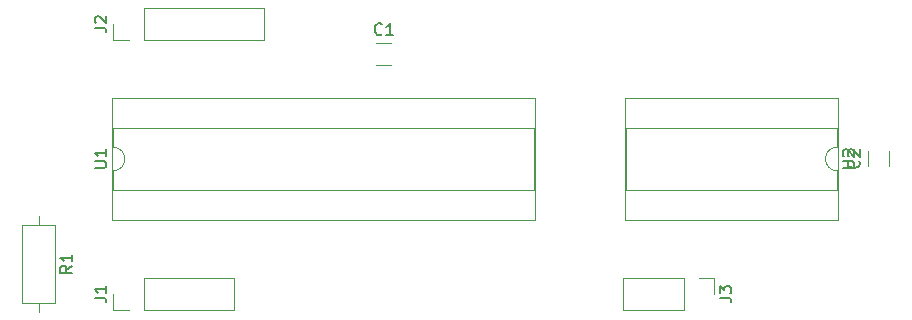
<source format=gbr>
%TF.GenerationSoftware,KiCad,Pcbnew,(5.1.6)-1*%
%TF.CreationDate,2021-04-02T22:09:48+08:00*%
%TF.ProjectId,loadcell1,6c6f6164-6365-46c6-9c31-2e6b69636164,rev?*%
%TF.SameCoordinates,Original*%
%TF.FileFunction,Legend,Top*%
%TF.FilePolarity,Positive*%
%FSLAX46Y46*%
G04 Gerber Fmt 4.6, Leading zero omitted, Abs format (unit mm)*
G04 Created by KiCad (PCBNEW (5.1.6)-1) date 2021-04-02 22:09:48*
%MOMM*%
%LPD*%
G01*
G04 APERTURE LIST*
%ADD10C,0.120000*%
%ADD11C,0.150000*%
G04 APERTURE END LIST*
D10*
%TO.C,U2*%
X212464000Y-128330000D02*
X212464000Y-118050000D01*
X194444000Y-128330000D02*
X212464000Y-128330000D01*
X194444000Y-118050000D02*
X194444000Y-128330000D01*
X212464000Y-118050000D02*
X194444000Y-118050000D01*
X212404000Y-125840000D02*
X212404000Y-124190000D01*
X194504000Y-125840000D02*
X212404000Y-125840000D01*
X194504000Y-120540000D02*
X194504000Y-125840000D01*
X212404000Y-120540000D02*
X194504000Y-120540000D01*
X212404000Y-122190000D02*
X212404000Y-120540000D01*
X212404000Y-124190000D02*
G75*
G02*
X212404000Y-122190000I0J1000000D01*
G01*
%TO.C,U1*%
X151010000Y-118050000D02*
X151010000Y-128330000D01*
X186810000Y-118050000D02*
X151010000Y-118050000D01*
X186810000Y-128330000D02*
X186810000Y-118050000D01*
X151010000Y-128330000D02*
X186810000Y-128330000D01*
X151070000Y-120540000D02*
X151070000Y-122190000D01*
X186750000Y-120540000D02*
X151070000Y-120540000D01*
X186750000Y-125840000D02*
X186750000Y-120540000D01*
X151070000Y-125840000D02*
X186750000Y-125840000D01*
X151070000Y-124190000D02*
X151070000Y-125840000D01*
X151070000Y-122190000D02*
G75*
G02*
X151070000Y-124190000I0J-1000000D01*
G01*
%TO.C,C1*%
X173381000Y-115220000D02*
X174639000Y-115220000D01*
X173381000Y-113380000D02*
X174639000Y-113380000D01*
%TO.C,C2*%
X214980000Y-123799000D02*
X214980000Y-122541000D01*
X216820000Y-123799000D02*
X216820000Y-122541000D01*
%TO.C,J1*%
X151070000Y-135950000D02*
X151070000Y-134620000D01*
X152400000Y-135950000D02*
X151070000Y-135950000D01*
X153670000Y-135950000D02*
X153670000Y-133290000D01*
X153670000Y-133290000D02*
X161350000Y-133290000D01*
X153670000Y-135950000D02*
X161350000Y-135950000D01*
X161350000Y-135950000D02*
X161350000Y-133290000D01*
%TO.C,J2*%
X151070000Y-113090000D02*
X151070000Y-111760000D01*
X152400000Y-113090000D02*
X151070000Y-113090000D01*
X153670000Y-113090000D02*
X153670000Y-110430000D01*
X153670000Y-110430000D02*
X163890000Y-110430000D01*
X153670000Y-113090000D02*
X163890000Y-113090000D01*
X163890000Y-113090000D02*
X163890000Y-110430000D01*
%TO.C,J3*%
X201990000Y-133290000D02*
X201990000Y-134620000D01*
X200660000Y-133290000D02*
X201990000Y-133290000D01*
X199390000Y-133290000D02*
X199390000Y-135950000D01*
X199390000Y-135950000D02*
X194250000Y-135950000D01*
X199390000Y-133290000D02*
X194250000Y-133290000D01*
X194250000Y-133290000D02*
X194250000Y-135950000D01*
%TO.C,R1*%
X144780000Y-136120000D02*
X144780000Y-135350000D01*
X144780000Y-128040000D02*
X144780000Y-128810000D01*
X146150000Y-135350000D02*
X146150000Y-128810000D01*
X143410000Y-135350000D02*
X146150000Y-135350000D01*
X143410000Y-128810000D02*
X143410000Y-135350000D01*
X146150000Y-128810000D02*
X143410000Y-128810000D01*
%TO.C,U2*%
D11*
X212856380Y-123951904D02*
X213665904Y-123951904D01*
X213761142Y-123904285D01*
X213808761Y-123856666D01*
X213856380Y-123761428D01*
X213856380Y-123570952D01*
X213808761Y-123475714D01*
X213761142Y-123428095D01*
X213665904Y-123380476D01*
X212856380Y-123380476D01*
X212951619Y-122951904D02*
X212904000Y-122904285D01*
X212856380Y-122809047D01*
X212856380Y-122570952D01*
X212904000Y-122475714D01*
X212951619Y-122428095D01*
X213046857Y-122380476D01*
X213142095Y-122380476D01*
X213284952Y-122428095D01*
X213856380Y-122999523D01*
X213856380Y-122380476D01*
%TO.C,U1*%
X149522380Y-123951904D02*
X150331904Y-123951904D01*
X150427142Y-123904285D01*
X150474761Y-123856666D01*
X150522380Y-123761428D01*
X150522380Y-123570952D01*
X150474761Y-123475714D01*
X150427142Y-123428095D01*
X150331904Y-123380476D01*
X149522380Y-123380476D01*
X150522380Y-122380476D02*
X150522380Y-122951904D01*
X150522380Y-122666190D02*
X149522380Y-122666190D01*
X149665238Y-122761428D01*
X149760476Y-122856666D01*
X149808095Y-122951904D01*
%TO.C,C1*%
X173843333Y-112607142D02*
X173795714Y-112654761D01*
X173652857Y-112702380D01*
X173557619Y-112702380D01*
X173414761Y-112654761D01*
X173319523Y-112559523D01*
X173271904Y-112464285D01*
X173224285Y-112273809D01*
X173224285Y-112130952D01*
X173271904Y-111940476D01*
X173319523Y-111845238D01*
X173414761Y-111750000D01*
X173557619Y-111702380D01*
X173652857Y-111702380D01*
X173795714Y-111750000D01*
X173843333Y-111797619D01*
X174795714Y-112702380D02*
X174224285Y-112702380D01*
X174510000Y-112702380D02*
X174510000Y-111702380D01*
X174414761Y-111845238D01*
X174319523Y-111940476D01*
X174224285Y-111988095D01*
%TO.C,C2*%
X214207142Y-123336666D02*
X214254761Y-123384285D01*
X214302380Y-123527142D01*
X214302380Y-123622380D01*
X214254761Y-123765238D01*
X214159523Y-123860476D01*
X214064285Y-123908095D01*
X213873809Y-123955714D01*
X213730952Y-123955714D01*
X213540476Y-123908095D01*
X213445238Y-123860476D01*
X213350000Y-123765238D01*
X213302380Y-123622380D01*
X213302380Y-123527142D01*
X213350000Y-123384285D01*
X213397619Y-123336666D01*
X213397619Y-122955714D02*
X213350000Y-122908095D01*
X213302380Y-122812857D01*
X213302380Y-122574761D01*
X213350000Y-122479523D01*
X213397619Y-122431904D01*
X213492857Y-122384285D01*
X213588095Y-122384285D01*
X213730952Y-122431904D01*
X214302380Y-123003333D01*
X214302380Y-122384285D01*
%TO.C,J1*%
X149522380Y-134953333D02*
X150236666Y-134953333D01*
X150379523Y-135000952D01*
X150474761Y-135096190D01*
X150522380Y-135239047D01*
X150522380Y-135334285D01*
X150522380Y-133953333D02*
X150522380Y-134524761D01*
X150522380Y-134239047D02*
X149522380Y-134239047D01*
X149665238Y-134334285D01*
X149760476Y-134429523D01*
X149808095Y-134524761D01*
%TO.C,J2*%
X149522380Y-112093333D02*
X150236666Y-112093333D01*
X150379523Y-112140952D01*
X150474761Y-112236190D01*
X150522380Y-112379047D01*
X150522380Y-112474285D01*
X149617619Y-111664761D02*
X149570000Y-111617142D01*
X149522380Y-111521904D01*
X149522380Y-111283809D01*
X149570000Y-111188571D01*
X149617619Y-111140952D01*
X149712857Y-111093333D01*
X149808095Y-111093333D01*
X149950952Y-111140952D01*
X150522380Y-111712380D01*
X150522380Y-111093333D01*
%TO.C,J3*%
X202442380Y-134953333D02*
X203156666Y-134953333D01*
X203299523Y-135000952D01*
X203394761Y-135096190D01*
X203442380Y-135239047D01*
X203442380Y-135334285D01*
X202442380Y-134572380D02*
X202442380Y-133953333D01*
X202823333Y-134286666D01*
X202823333Y-134143809D01*
X202870952Y-134048571D01*
X202918571Y-134000952D01*
X203013809Y-133953333D01*
X203251904Y-133953333D01*
X203347142Y-134000952D01*
X203394761Y-134048571D01*
X203442380Y-134143809D01*
X203442380Y-134429523D01*
X203394761Y-134524761D01*
X203347142Y-134572380D01*
%TO.C,R1*%
X147602380Y-132246666D02*
X147126190Y-132580000D01*
X147602380Y-132818095D02*
X146602380Y-132818095D01*
X146602380Y-132437142D01*
X146650000Y-132341904D01*
X146697619Y-132294285D01*
X146792857Y-132246666D01*
X146935714Y-132246666D01*
X147030952Y-132294285D01*
X147078571Y-132341904D01*
X147126190Y-132437142D01*
X147126190Y-132818095D01*
X147602380Y-131294285D02*
X147602380Y-131865714D01*
X147602380Y-131580000D02*
X146602380Y-131580000D01*
X146745238Y-131675238D01*
X146840476Y-131770476D01*
X146888095Y-131865714D01*
%TD*%
M02*

</source>
